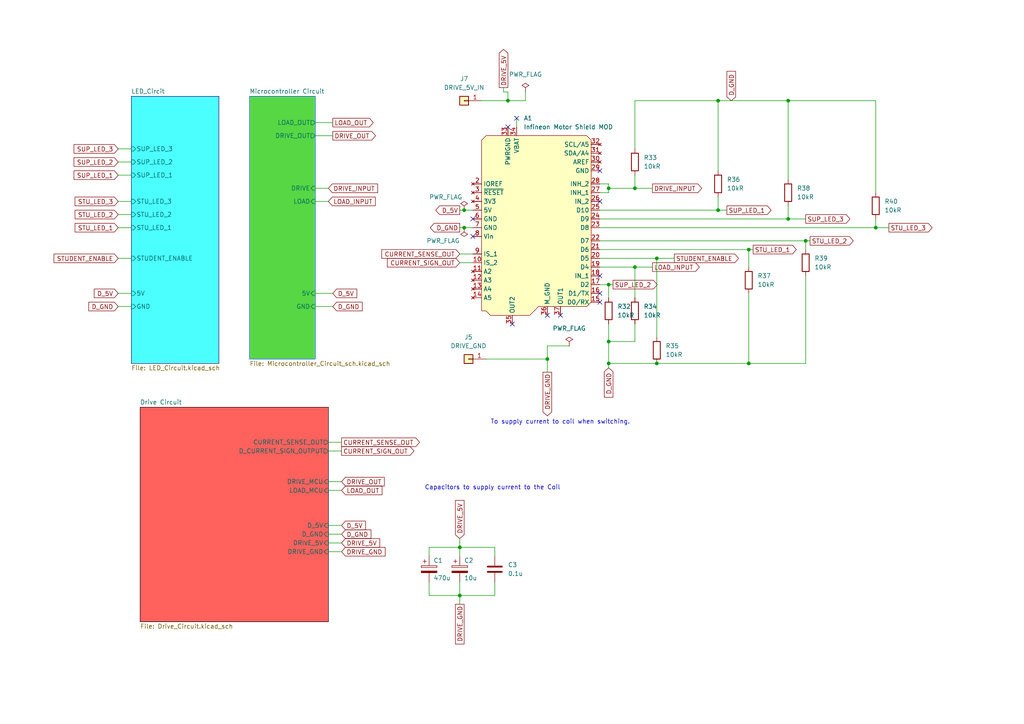
<source format=kicad_sch>
(kicad_sch (version 20211123) (generator eeschema)
  (paper "A4")
  (lib_symbols
    (symbol "000_Modules_Immo:Infineon Motor Shield MOD"
      (property "Reference" "A" (at 20.32 34.29 0))
      (property "Value" "Infineon Motor Shield MOD" (at 20.32 33.02 0))
      (symbol "Infineon Motor Shield MOD_0_1"
        (polyline (pts (xy -17.78 26.67) (xy -17.78 -22.86) (xy -16.51 -22.86) (xy -15.24 -24.13) (xy -3.81 -24.13) (xy -1.27 -21.59) (xy 12.7 -21.59) (xy 13.97 -20.32) (xy 13.97 26.67) (xy 12.7 27.94) (xy -16.51 27.94) (xy -17.78 26.67)) (fill (type background)))
      )
      (symbol "Infineon Motor Shield MOD_1_1"
        (pin no_connect line (at -20.32 16.51 0) (length 2.54) hide (name "NC") (number "1"))
        (pin input line (at -20.32 -8.89 0) (length 2.54) (name "IS_2") (number "10"))
        (pin no_connect line (at -20.32 -11.43 0) (length 2.54) (name "A2") (number "11"))
        (pin no_connect line (at -20.32 -13.97 0) (length 2.54) (name "A3") (number "12"))
        (pin no_connect line (at -20.32 -16.51 0) (length 2.54) (name "A4") (number "13"))
        (pin no_connect line (at -20.32 -19.05 0) (length 2.54) (name "A5") (number "14"))
        (pin bidirectional line (at 16.51 -20.32 180) (length 2.54) (name "D0/RX") (number "15"))
        (pin bidirectional line (at 16.51 -17.78 180) (length 2.54) (name "D1/TX") (number "16"))
        (pin bidirectional line (at 16.51 -15.24 180) (length 2.54) (name "D2") (number "17"))
        (pin bidirectional line (at 16.51 -12.7 180) (length 2.54) (name "IN_1") (number "18"))
        (pin bidirectional line (at 16.51 -10.16 180) (length 2.54) (name "D4") (number "19"))
        (pin no_connect line (at -20.32 13.97 0) (length 2.54) (name "IOREF") (number "2"))
        (pin bidirectional line (at 16.51 -7.62 180) (length 2.54) (name "D5") (number "20"))
        (pin bidirectional line (at 16.51 -5.08 180) (length 2.54) (name "D6") (number "21"))
        (pin bidirectional line (at 16.51 -2.54 180) (length 2.54) (name "D7") (number "22"))
        (pin bidirectional line (at 16.51 1.27 180) (length 2.54) (name "D8") (number "23"))
        (pin bidirectional line (at 16.51 3.81 180) (length 2.54) (name "D9") (number "24"))
        (pin bidirectional line (at 16.51 6.35 180) (length 2.54) (name "D10") (number "25"))
        (pin input line (at 16.51 8.89 180) (length 2.54) (name "IN_2") (number "26"))
        (pin input line (at 16.51 11.43 180) (length 2.54) (name "INH_1") (number "27"))
        (pin input line (at 16.51 13.97 180) (length 2.54) (name "INH_2") (number "28"))
        (pin power_in line (at 16.51 17.78 180) (length 2.54) (name "GND") (number "29"))
        (pin no_connect line (at -20.32 11.43 0) (length 2.54) (name "~{RESET}") (number "3"))
        (pin no_connect line (at 16.51 20.32 180) (length 2.54) (name "AREF") (number "30"))
        (pin no_connect line (at 16.51 22.86 180) (length 2.54) (name "SDA/A4") (number "31"))
        (pin no_connect line (at 16.51 25.4 180) (length 2.54) (name "SCL/A5") (number "32"))
        (pin power_in line (at -10.16 30.48 270) (length 2.54) (name "PWRGND") (number "33"))
        (pin power_in line (at -7.62 30.48 270) (length 2.54) (name "VBAT") (number "34"))
        (pin output line (at -8.89 -26.67 90) (length 2.54) (name "OUT2") (number "35"))
        (pin power_in line (at 1.27 -24.13 90) (length 2.54) (name "M_GND") (number "36"))
        (pin output line (at 5.08 -24.13 90) (length 2.54) (name "OUT1") (number "37"))
        (pin no_connect line (at -20.32 8.89 0) (length 2.54) (name "3V3") (number "4"))
        (pin input line (at -20.32 6.35 0) (length 2.54) (name "5V") (number "5"))
        (pin power_in line (at -20.32 3.81 0) (length 2.54) (name "GND") (number "6"))
        (pin power_in line (at -20.32 1.27 0) (length 2.54) (name "GND") (number "7"))
        (pin input line (at -20.32 -1.27 0) (length 2.54) (name "Vin") (number "8"))
        (pin input line (at -20.32 -6.35 0) (length 2.54) (name "IS_1") (number "9"))
      )
    )
    (symbol "Connector_Generic:Conn_01x01" (pin_names (offset 1.016) hide)
      (property "Reference" "J" (at 0 2.54 0))
      (property "Value" "Conn_01x01" (at 0 -2.54 0))
      (symbol "Conn_01x01_1_1"
        (rectangle (start -1.27 0.127) (end 0 -0.127) (stroke (width 0.1524)))
        (rectangle (start -1.27 1.27) (end 1.27 -1.27) (stroke (width 0.254)) (fill (type background)))
        (pin passive line (at -5.08 0 0) (length 3.81) (name "Pin_1") (number "1"))
      )
    )
    (symbol "Device:C" (pin_numbers hide) (pin_names (offset 0.254))
      (property "Reference" "C" (at 0.635 2.54 0))
      (property "Value" "C" (at 0.635 -2.54 0))
      (symbol "C_0_1"
        (polyline (pts (xy -2.032 -0.762) (xy 2.032 -0.762)) (stroke (width 0.508)))
        (polyline (pts (xy -2.032 0.762) (xy 2.032 0.762)) (stroke (width 0.508)))
      )
      (symbol "C_1_1"
        (pin passive line (at 0 3.81 270) (length 2.794) (name "~") (number "1"))
        (pin passive line (at 0 -3.81 90) (length 2.794) (name "~") (number "2"))
      )
    )
    (symbol "Device:C_Polarized" (pin_numbers hide) (pin_names (offset 0.254))
      (property "Reference" "C" (at 0.635 2.54 0))
      (property "Value" "C_Polarized" (at 0.635 -2.54 0))
      (symbol "C_Polarized_0_1"
        (rectangle (start -2.286 0.508) (end 2.286 1.016))
        (polyline (pts (xy -1.778 2.286) (xy -0.762 2.286)))
        (polyline (pts (xy -1.27 2.794) (xy -1.27 1.778)))
        (rectangle (start 2.286 -0.508) (end -2.286 -1.016) (fill (type outline)))
      )
      (symbol "C_Polarized_1_1"
        (pin passive line (at 0 3.81 270) (length 2.794) (name "~") (number "1"))
        (pin passive line (at 0 -3.81 90) (length 2.794) (name "~") (number "2"))
      )
    )
    (symbol "Device:R" (pin_numbers hide) (pin_names (offset 0))
      (property "Reference" "R" (at 2.032 0 90))
      (property "Value" "R" (at 0 0 90))
      (symbol "R_0_1"
        (rectangle (start -1.016 -2.54) (end 1.016 2.54) (stroke (width 0.254)))
      )
      (symbol "R_1_1"
        (pin passive line (at 0 3.81 270) (length 1.27) (name "~") (number "1"))
        (pin passive line (at 0 -3.81 90) (length 1.27) (name "~") (number "2"))
      )
    )
    (symbol "power:PWR_FLAG" (power) (pin_numbers hide) (pin_names (offset 0) hide)
      (property "Value" "PWR_FLAG" (at 0 3.81 0))
      (symbol "PWR_FLAG_0_0"
        (pin power_out line (at 0 0 90) (length 0) (name "pwr") (number "1"))
      )
      (symbol "PWR_FLAG_0_1"
        (polyline (pts (xy 0 0) (xy 0 1.27) (xy -1.016 1.905) (xy 0 2.54) (xy 1.016 1.905) (xy 0 1.27)))
      )
    )
  )
  (junction (at 217.17 105.41))
  (junction (at 184.15 77.47))
  (junction (at 176.53 54.61))
  (junction (at 158.75 104.14))
  (junction (at 147.32 29.21))
  (junction (at 190.5 74.93))
  (junction (at 176.53 99.06))
  (junction (at 134.62 66.04))
  (junction (at 228.6 63.5))
  (junction (at 228.6 29.21))
  (junction (at 254 66.04))
  (junction (at 134.62 60.96))
  (junction (at 176.53 105.41))
  (junction (at 190.5 105.41))
  (junction (at 217.17 72.39))
  (junction (at 133.35 172.72))
  (junction (at 208.28 29.21))
  (junction (at 184.15 54.61))
  (junction (at 133.35 158.75))
  (junction (at 176.53 82.55))
  (junction (at 233.68 69.85))
  (junction (at 208.28 60.96))
  (no_connect (at 173.99 58.42))
  (no_connect (at 137.16 63.5))
  (no_connect (at 173.99 49.53))
  (no_connect (at 137.16 68.58))
  (no_connect (at 173.99 85.09))
  (no_connect (at 173.99 87.63))
  (no_connect (at 173.99 80.01))
  (no_connect (at 158.75 91.44))
  (no_connect (at 149.86 34.29))
  (no_connect (at 162.56 91.44))
  (no_connect (at 148.59 93.98))
  (no_connect (at 147.32 36.83))
  (wire (pts (xy 158.75 100.33) (xy 165.1 100.33)))
  (wire (pts (xy 173.99 82.55) (xy 176.53 82.55)))
  (wire (pts (xy 91.44 88.9) (xy 96.52 88.9)))
  (wire (pts (xy 173.99 72.39) (xy 217.17 72.39)))
  (wire (pts (xy 208.28 57.15) (xy 208.28 60.96)))
  (wire (pts (xy 184.15 29.21) (xy 208.28 29.21)))
  (wire (pts (xy 184.15 77.47) (xy 189.23 77.47)))
  (wire (pts (xy 176.53 105.41) (xy 190.5 105.41)))
  (wire (pts (xy 176.53 54.61) (xy 184.15 54.61)))
  (wire (pts (xy 228.6 29.21) (xy 228.6 52.07)))
  (wire (pts (xy 228.6 59.69) (xy 228.6 63.5)))
  (wire (pts (xy 233.68 69.85) (xy 233.68 72.39)))
  (wire (pts (xy 176.53 99.06) (xy 176.53 93.98)))
  (wire (pts (xy 133.35 156.21) (xy 133.35 158.75)))
  (wire (pts (xy 208.28 29.21) (xy 208.28 49.53)))
  (wire (pts (xy 143.51 161.29) (xy 143.51 158.75)))
  (wire (pts (xy 184.15 93.98) (xy 184.15 99.06)))
  (wire (pts (xy 95.25 128.27) (xy 99.06 128.27)))
  (wire (pts (xy 254 63.5) (xy 254 66.04)))
  (wire (pts (xy 152.4 26.67) (xy 152.4 29.21)))
  (wire (pts (xy 208.28 60.96) (xy 210.82 60.96)))
  (wire (pts (xy 173.99 53.34) (xy 176.53 53.34)))
  (wire (pts (xy 173.99 77.47) (xy 184.15 77.47)))
  (wire (pts (xy 91.44 39.37) (xy 96.52 39.37)))
  (wire (pts (xy 95.25 154.94) (xy 99.06 154.94)))
  (wire (pts (xy 91.44 54.61) (xy 95.25 54.61)))
  (wire (pts (xy 184.15 54.61) (xy 189.23 54.61)))
  (wire (pts (xy 143.51 168.91) (xy 143.51 172.72)))
  (wire (pts (xy 176.53 53.34) (xy 176.53 54.61)))
  (wire (pts (xy 217.17 85.09) (xy 217.17 105.41)))
  (wire (pts (xy 173.99 69.85) (xy 233.68 69.85)))
  (wire (pts (xy 184.15 50.8) (xy 184.15 54.61)))
  (wire (pts (xy 95.25 157.48) (xy 99.06 157.48)))
  (wire (pts (xy 176.53 54.61) (xy 176.53 55.88)))
  (wire (pts (xy 133.35 73.66) (xy 137.16 73.66)))
  (wire (pts (xy 233.68 80.01) (xy 233.68 105.41)))
  (wire (pts (xy 184.15 43.18) (xy 184.15 29.21)))
  (wire (pts (xy 124.46 158.75) (xy 133.35 158.75)))
  (wire (pts (xy 147.32 29.21) (xy 152.4 29.21)))
  (wire (pts (xy 228.6 63.5) (xy 233.68 63.5)))
  (wire (pts (xy 133.35 66.04) (xy 134.62 66.04)))
  (wire (pts (xy 146.05 25.4) (xy 146.05 26.67)))
  (wire (pts (xy 34.29 46.99) (xy 38.1 46.99)))
  (wire (pts (xy 173.99 63.5) (xy 228.6 63.5)))
  (wire (pts (xy 184.15 77.47) (xy 184.15 86.36)))
  (wire (pts (xy 134.62 60.96) (xy 137.16 60.96)))
  (wire (pts (xy 139.7 29.21) (xy 147.32 29.21)))
  (wire (pts (xy 124.46 172.72) (xy 133.35 172.72)))
  (wire (pts (xy 95.25 142.24) (xy 99.06 142.24)))
  (wire (pts (xy 133.35 172.72) (xy 133.35 175.26)))
  (wire (pts (xy 217.17 72.39) (xy 217.17 77.47)))
  (wire (pts (xy 133.35 158.75) (xy 133.35 161.29)))
  (wire (pts (xy 133.35 172.72) (xy 143.51 172.72)))
  (wire (pts (xy 173.99 60.96) (xy 208.28 60.96)))
  (wire (pts (xy 133.35 76.2) (xy 137.16 76.2)))
  (wire (pts (xy 134.62 66.04) (xy 137.16 66.04)))
  (wire (pts (xy 149.86 34.29) (xy 149.86 36.83)))
  (wire (pts (xy 173.99 55.88) (xy 176.53 55.88)))
  (wire (pts (xy 143.51 158.75) (xy 133.35 158.75)))
  (wire (pts (xy 158.75 104.14) (xy 158.75 107.95)))
  (wire (pts (xy 34.29 50.8) (xy 38.1 50.8)))
  (wire (pts (xy 217.17 72.39) (xy 218.44 72.39)))
  (wire (pts (xy 124.46 168.91) (xy 124.46 172.72)))
  (wire (pts (xy 34.29 43.18) (xy 38.1 43.18)))
  (wire (pts (xy 95.25 139.7) (xy 99.06 139.7)))
  (wire (pts (xy 217.17 105.41) (xy 233.68 105.41)))
  (wire (pts (xy 176.53 106.68) (xy 176.53 105.41)))
  (wire (pts (xy 147.32 26.67) (xy 147.32 29.21)))
  (wire (pts (xy 254 66.04) (xy 257.81 66.04)))
  (wire (pts (xy 133.35 168.91) (xy 133.35 172.72)))
  (wire (pts (xy 34.29 66.04) (xy 38.1 66.04)))
  (wire (pts (xy 133.35 60.96) (xy 134.62 60.96)))
  (wire (pts (xy 228.6 29.21) (xy 254 29.21)))
  (wire (pts (xy 34.29 74.93) (xy 38.1 74.93)))
  (wire (pts (xy 95.25 160.02) (xy 99.06 160.02)))
  (wire (pts (xy 95.25 130.81) (xy 99.06 130.81)))
  (wire (pts (xy 140.97 104.14) (xy 158.75 104.14)))
  (wire (pts (xy 34.29 62.23) (xy 38.1 62.23)))
  (wire (pts (xy 176.53 105.41) (xy 176.53 99.06)))
  (wire (pts (xy 173.99 74.93) (xy 190.5 74.93)))
  (wire (pts (xy 124.46 161.29) (xy 124.46 158.75)))
  (wire (pts (xy 91.44 58.42) (xy 95.25 58.42)))
  (wire (pts (xy 34.29 58.42) (xy 38.1 58.42)))
  (wire (pts (xy 233.68 69.85) (xy 234.95 69.85)))
  (wire (pts (xy 146.05 26.67) (xy 147.32 26.67)))
  (wire (pts (xy 91.44 35.56) (xy 96.52 35.56)))
  (wire (pts (xy 95.25 152.4) (xy 99.06 152.4)))
  (wire (pts (xy 184.15 99.06) (xy 176.53 99.06)))
  (wire (pts (xy 91.44 85.09) (xy 96.52 85.09)))
  (wire (pts (xy 190.5 74.93) (xy 190.5 97.79)))
  (wire (pts (xy 34.29 88.9) (xy 38.1 88.9)))
  (wire (pts (xy 176.53 82.55) (xy 177.8 82.55)))
  (wire (pts (xy 176.53 82.55) (xy 176.53 86.36)))
  (wire (pts (xy 254 55.88) (xy 254 29.21)))
  (wire (pts (xy 190.5 105.41) (xy 217.17 105.41)))
  (wire (pts (xy 158.75 100.33) (xy 158.75 104.14)))
  (wire (pts (xy 173.99 66.04) (xy 254 66.04)))
  (wire (pts (xy 190.5 74.93) (xy 195.58 74.93)))
  (wire (pts (xy 208.28 29.21) (xy 228.6 29.21)))
  (wire (pts (xy 34.29 85.09) (xy 38.1 85.09)))
  (text "Capacitors to supply current to the Coil" (at 162.56 142.24 180) (effects (font (size 1.27 1.27)) (justify right bottom)))
  (text "To supply current to coil when switching." (at 142.24 123.19 0) (effects (font (size 1.27 1.27)) (justify left bottom)))
  (global_label "LOAD_OUT" (shape output) (at 96.52 35.56 0) (property "Intersheet References" "${INTERSHEET_REFS}" (effects hide)))
  (global_label "DRIVE_GND" (shape output) (at 158.75 107.95 270) (property "Intersheet References" "${INTERSHEET_REFS}" (effects hide)))
  (global_label "STU_LED_2" (shape output) (at 234.95 69.85 0) (property "Intersheet References" "${INTERSHEET_REFS}" (effects hide)))
  (global_label "CURRENT_SIGN_OUT" (shape output) (at 99.06 130.81 0) (property "Intersheet References" "${INTERSHEET_REFS}" (effects hide)))
  (global_label "CURRENT_SIGN_OUT" (shape input) (at 133.35 76.2 180) (property "Intersheet References" "${INTERSHEET_REFS}" (effects hide)))
  (global_label "DRIVE_5V" (shape output) (at 146.05 25.4 90) (property "Intersheet References" "${INTERSHEET_REFS}" (effects hide)))
  (global_label "D_GND" (shape input) (at 99.06 154.94 0) (property "Intersheet References" "${INTERSHEET_REFS}" (effects hide)))
  (global_label "LOAD_INPUT" (shape input) (at 95.25 58.42 0) (property "Intersheet References" "${INTERSHEET_REFS}" (effects hide)))
  (global_label "DRIVE_5V" (shape input) (at 99.06 157.48 0) (property "Intersheet References" "${INTERSHEET_REFS}" (effects hide)))
  (global_label "D_GND" (shape input) (at 176.53 106.68 270) (property "Intersheet References" "${INTERSHEET_REFS}" (effects hide)))
  (global_label "DRIVE_OUT" (shape input) (at 99.06 139.7 0) (property "Intersheet References" "${INTERSHEET_REFS}" (effects hide)))
  (global_label "SUP_LED_1" (shape output) (at 210.82 60.96 0) (property "Intersheet References" "${INTERSHEET_REFS}" (effects hide)))
  (global_label "CURRENT_SENSE_OUT" (shape output) (at 99.06 128.27 0) (property "Intersheet References" "${INTERSHEET_REFS}" (effects hide)))
  (global_label "D_5V" (shape input) (at 96.52 85.09 0) (property "Intersheet References" "${INTERSHEET_REFS}" (effects hide)))
  (global_label "STU_LED_3" (shape output) (at 257.81 66.04 0) (property "Intersheet References" "${INTERSHEET_REFS}" (effects hide)))
  (global_label "D_GND" (shape input) (at 96.52 88.9 0) (property "Intersheet References" "${INTERSHEET_REFS}" (effects hide)))
  (global_label "DRIVE_INPUT" (shape output) (at 189.23 54.61 0) (property "Intersheet References" "${INTERSHEET_REFS}" (effects hide)))
  (global_label "D_GND" (shape input) (at 34.29 88.9 180) (property "Intersheet References" "${INTERSHEET_REFS}" (effects hide)))
  (global_label "SUP_LED_3" (shape input) (at 34.29 43.18 180) (property "Intersheet References" "${INTERSHEET_REFS}" (effects hide)))
  (global_label "CURRENT_SENSE_OUT" (shape input) (at 133.35 73.66 180) (property "Intersheet References" "${INTERSHEET_REFS}" (effects hide)))
  (global_label "D_GND" (shape output) (at 133.35 66.04 180) (property "Intersheet References" "${INTERSHEET_REFS}" (effects hide)))
  (global_label "LOAD_INPUT" (shape output) (at 189.23 77.47 0) (property "Intersheet References" "${INTERSHEET_REFS}" (effects hide)))
  (global_label "SUP_LED_2" (shape output) (at 177.8 82.55 0) (property "Intersheet References" "${INTERSHEET_REFS}" (effects hide)))
  (global_label "D_5V" (shape output) (at 133.35 60.96 180) (property "Intersheet References" "${INTERSHEET_REFS}" (effects hide)))
  (global_label "SUP_LED_3" (shape output) (at 233.68 63.5 0) (property "Intersheet References" "${INTERSHEET_REFS}" (effects hide)))
  (global_label "DRIVE_OUT" (shape output) (at 96.52 39.37 0) (property "Intersheet References" "${INTERSHEET_REFS}" (effects hide)))
  (global_label "DRIVE_GND" (shape input) (at 99.06 160.02 0) (property "Intersheet References" "${INTERSHEET_REFS}" (effects hide)))
  (global_label "STUDENT_ENABLE" (shape input) (at 34.29 74.93 180) (property "Intersheet References" "${INTERSHEET_REFS}" (effects hide)))
  (global_label "SUP_LED_2" (shape input) (at 34.29 46.99 180) (property "Intersheet References" "${INTERSHEET_REFS}" (effects hide)))
  (global_label "STU_LED_2" (shape input) (at 34.29 62.23 180) (property "Intersheet References" "${INTERSHEET_REFS}" (effects hide)))
  (global_label "STUDENT_ENABLE" (shape output) (at 195.58 74.93 0) (property "Intersheet References" "${INTERSHEET_REFS}" (effects hide)))
  (global_label "D_5V" (shape input) (at 99.06 152.4 0) (property "Intersheet References" "${INTERSHEET_REFS}" (effects hide)))
  (global_label "D_GND" (shape input) (at 212.09 29.21 90) (property "Intersheet References" "${INTERSHEET_REFS}" (effects hide)))
  (global_label "STU_LED_1" (shape output) (at 218.44 72.39 0) (property "Intersheet References" "${INTERSHEET_REFS}" (effects hide)))
  (global_label "STU_LED_3" (shape input) (at 34.29 58.42 180) (property "Intersheet References" "${INTERSHEET_REFS}" (effects hide)))
  (global_label "STU_LED_1" (shape input) (at 34.29 66.04 180) (property "Intersheet References" "${INTERSHEET_REFS}" (effects hide)))
  (global_label "LOAD_OUT" (shape input) (at 99.06 142.24 0) (property "Intersheet References" "${INTERSHEET_REFS}" (effects hide)))
  (global_label "DRIVE_GND" (shape passive) (at 133.35 175.26 270) (property "Intersheet References" "${INTERSHEET_REFS}" (effects hide)))
  (global_label "D_5V" (shape input) (at 34.29 85.09 180) (property "Intersheet References" "${INTERSHEET_REFS}" (effects hide)))
  (global_label "SUP_LED_1" (shape input) (at 34.29 50.8 180) (property "Intersheet References" "${INTERSHEET_REFS}" (effects hide)))
  (global_label "DRIVE_5V" (shape input) (at 133.35 156.21 90) (property "Intersheet References" "${INTERSHEET_REFS}" (effects hide)))
  (global_label "DRIVE_INPUT" (shape input) (at 95.25 54.61 0) (property "Intersheet References" "${INTERSHEET_REFS}" (effects hide)))
  (symbol (lib_id "Device:R") (at 176.53 90.17 0) (unit 1)
    (property "Reference" "R32" (at 179.07 88.8999 0) (effects (justify left)))
    (property "Value" "10kR" (at 179.07 91.4399 0) (effects (justify left)))
    (property "Footprint" "Resistor_SMD:R_0805_2012Metric_Pad1.20x1.40mm_HandSolder" (effects hide))
  )
  (symbol (lib_id "Connector_Generic:Conn_01x01") (at 135.89 104.14 0) (mirror y) (unit 1)
    (property "Reference" "J5" (at 135.89 97.79 0))
    (property "Value" "DRIVE_GND" (at 135.89 100.33 0))
    (property "Footprint" "Connector_Pin:Pin_D1.3mm_L11.0mm" (effects hide))
  )
  (symbol (lib_id "Device:R") (at 233.68 76.2 0) (unit 1)
    (property "Reference" "R39" (at 236.22 74.9299 0) (effects (justify left)))
    (property "Value" "10kR" (at 236.22 77.4699 0) (effects (justify left)))
    (property "Footprint" "Resistor_SMD:R_0805_2012Metric_Pad1.20x1.40mm_HandSolder" (effects hide))
  )
  (symbol (lib_id "Device:R") (at 208.28 53.34 0) (unit 1)
    (property "Reference" "R36" (at 210.82 52.0699 0) (effects (justify left)))
    (property "Value" "10kR" (at 210.82 54.6099 0) (effects (justify left)))
    (property "Footprint" "Resistor_SMD:R_0805_2012Metric_Pad1.20x1.40mm_HandSolder" (effects hide))
  )
  (symbol (lib_id "Connector_Generic:Conn_01x01") (at 134.62 29.21 0) (mirror y) (unit 1)
    (property "Reference" "J7" (at 134.62 22.86 0))
    (property "Value" "DRIVE_5V_IN" (at 134.62 25.4 0))
    (property "Footprint" "Connector_Pin:Pin_D1.3mm_L11.0mm" (effects hide))
  )
  (symbol (lib_id "Device:C_Polarized") (at 133.35 165.1 0) (unit 1)
    (property "Reference" "C2" (at 134.62 162.56 0) (effects (justify left)))
    (property "Value" "10u" (at 134.62 167.64 0) (effects (justify left)))
    (property "Footprint" "Capacitor_SMD:CP_Elec_3x5.3" (effects hide))
  )
  (symbol (lib_id "power:PWR_FLAG") (at 165.1 100.33 0) (unit 1)
    (property "Reference" "#FLG0102" (effects hide))
    (property "Value" "PWR_FLAG" (at 165.1 95.25 0))
  )
  (symbol (lib_id "power:PWR_FLAG") (at 152.4 26.67 0) (unit 1)
    (property "Reference" "#FLG0101" (effects hide))
    (property "Value" "PWR_FLAG" (at 152.4 21.59 0))
  )
  (symbol (lib_id "Device:C_Polarized") (at 124.46 165.1 0) (unit 1)
    (property "Reference" "C1" (at 125.73 162.56 0) (effects (justify left)))
    (property "Value" "470u" (at 125.73 167.64 0) (effects (justify left)))
    (property "Footprint" "Capacitor_SMD:C_Elec_8x10.2" (effects hide))
  )
  (symbol (lib_id "Device:R") (at 184.15 90.17 0) (unit 1)
    (property "Reference" "R34" (at 186.69 88.8999 0) (effects (justify left)))
    (property "Value" "10kR" (at 186.69 91.4399 0) (effects (justify left)))
    (property "Footprint" "Resistor_SMD:R_0805_2012Metric_Pad1.20x1.40mm_HandSolder" (effects hide))
  )
  (symbol (lib_id "Device:R") (at 217.17 81.28 0) (unit 1)
    (property "Reference" "R37" (at 219.71 80.0099 0) (effects (justify left)))
    (property "Value" "10kR" (at 219.71 82.5499 0) (effects (justify left)))
    (property "Footprint" "Resistor_SMD:R_0805_2012Metric_Pad1.20x1.40mm_HandSolder" (effects hide))
  )
  (symbol (lib_id "Device:C") (at 143.51 165.1 0) (unit 1)
    (property "Reference" "C3" (at 147.32 163.8299 0) (effects (justify left)))
    (property "Value" "0.1u" (at 147.32 166.3699 0) (effects (justify left)))
    (property "Footprint" "Capacitor_SMD:C_0805_2012Metric_Pad1.18x1.45mm_HandSolder" (effects hide))
  )
  (symbol (lib_id "Device:R") (at 228.6 55.88 0) (unit 1)
    (property "Reference" "R38" (at 231.14 54.6099 0) (effects (justify left)))
    (property "Value" "10kR" (at 231.14 57.1499 0) (effects (justify left)))
    (property "Footprint" "Resistor_SMD:R_0805_2012Metric_Pad1.20x1.40mm_HandSolder" (effects hide))
  )
  (symbol (lib_id "Device:R") (at 254 59.69 0) (unit 1)
    (property "Reference" "R40" (at 256.54 58.4199 0) (effects (justify left)))
    (property "Value" "10kR" (at 256.54 60.9599 0) (effects (justify left)))
    (property "Footprint" "Resistor_SMD:R_0805_2012Metric_Pad1.20x1.40mm_HandSolder" (effects hide))
  )
  (symbol (lib_id "000_Modules_Immo:Infineon Motor Shield MOD") (at 157.48 67.31 0) (unit 1)
    (property "Reference" "A1" (at 151.8794 34.29 0) (effects (justify left)))
    (property "Value" "Infineon Motor Shield MOD" (at 151.8794 36.83 0) (effects (justify left)))
    (property "Footprint" "Audio_Module:Infineon Motor Sheild hiddenPins" (effects hide))
    (property "Datasheet" "https://docs.rs-online.com/91cb/0900766b81490d99.pdf" (effects hide))
  )
  (symbol (lib_id "power:PWR_FLAG") (at 134.62 60.96 0) (mirror y) (unit 1)
    (property "Reference" "#FLG0104" (effects hide))
    (property "Value" "PWR_FLAG" (at 124.46 57.15 0) (effects (justify right)))
  )
  (symbol (lib_id "power:PWR_FLAG") (at 134.62 66.04 0) (mirror x) (unit 1)
    (property "Reference" "#FLG0103" (effects hide))
    (property "Value" "PWR_FLAG" (at 133.35 69.85 0) (effects (justify right)))
  )
  (symbol (lib_id "Device:R") (at 184.15 46.99 0) (unit 1)
    (property "Reference" "R33" (at 186.69 45.7199 0) (effects (justify left)))
    (property "Value" "10kR" (at 186.69 48.2599 0) (effects (justify left)))
    (property "Footprint" "Resistor_SMD:R_0805_2012Metric_Pad1.20x1.40mm_HandSolder" (effects hide))
  )
  (symbol (lib_id "Device:R") (at 190.5 101.6 0) (unit 1)
    (property "Reference" "R35" (at 193.04 100.3299 0) (effects (justify left)))
    (property "Value" "10kR" (at 193.04 102.8699 0) (effects (justify left)))
    (property "Footprint" "Resistor_SMD:R_0805_2012Metric_Pad1.20x1.40mm_HandSolder" (effects hide))
  )
  (sheet (at 38.1 27.94) (size 25.4 77.47) (stroke (width 0.1524) (color 36 6 99 1)) (fill (color 76 255 255 1.0000))
    (property "Sheet name" "LED_Circit" (at 38.1 27.2284 0) (effects (justify left bottom)))
    (property "Sheet file" "LED_Circuit.kicad_sch" (at 38.1 105.9946 0) (effects (justify left top)))
    (pin "GND" input (at 38.1 88.9 180))
    (pin "5V" input (at 38.1 85.09 180))
    (pin "STUDENT_ENABLE" input (at 38.1 74.93 180))
    (pin "STU_LED_1" input (at 38.1 66.04 180))
    (pin "STU_LED_2" input (at 38.1 62.23 180))
    (pin "SUP_LED_1" input (at 38.1 50.8 180))
    (pin "SUP_LED_2" input (at 38.1 46.99 180))
    (pin "SUP_LED_3" input (at 38.1 43.18 180))
    (pin "STU_LED_3" input (at 38.1 58.42 180))
  )
  (sheet (at 40.64 118.11) (size 54.61 62.23) (stroke (width 0.1524) (color 4 0 8 1)) (fill (color 255 97 92 1.0000))
    (property "Sheet name" "Drive Circuit" (at 40.64 117.3984 0) (effects (justify left bottom)))
    (property "Sheet file" "Drive_Circuit.kicad_sch" (at 40.64 180.9246 0) (effects (justify left top)))
    (pin "CURRENT_SENSE_OUT" output (at 95.25 128.27 0))
    (pin "DRIVE_GND" input (at 95.25 160.02 0))
    (pin "DRIVE_5V" input (at 95.25 157.48 0))
    (pin "DRIVE_MCU" input (at 95.25 139.7 0))
    (pin "LOAD_MCU" input (at 95.25 142.24 0))
    (pin "D_GND" input (at 95.25 154.94 0))
    (pin "D_CURRENT_SIGN_OUTPUT" output (at 95.25 130.81 0))
    (pin "D_5V" input (at 95.25 152.4 0))
  )
  (sheet (at 72.39 27.94) (size 19.05 76.2) (stroke (width 0.1524) (color 0 70 255 1)) (fill (color 87 215 67 1.0000))
    (property "Sheet name" "Microcontroller Circuit" (at 72.39 27.2284 0) (effects (justify left bottom)))
    (property "Sheet file" "Microcontroller_Circuit_sch.kicad_sch" (at 72.39 104.7246 0) (effects (justify left top)))
    (pin "5V" input (at 91.44 85.09 0))
    (pin "GND" input (at 91.44 88.9 0))
    (pin "LOAD" input (at 91.44 58.42 0))
    (pin "LOAD_OUT" output (at 91.44 35.56 0))
    (pin "DRIVE_OUT" output (at 91.44 39.37 0))
    (pin "DRIVE" input (at 91.44 54.61 0))
  )
)
</source>
